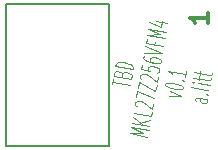
<source format=gto>
%FSLAX46Y46*%
G04 Gerber Fmt 4.6, Leading zero omitted, Abs format (unit mm)*
G04 Created by KiCad (PCBNEW (2014-10-18 BZR 5203)-product) date 3/11/2015 2:43:32 PM*
%MOMM*%
G01*
G04 APERTURE LIST*
%ADD10C,0.100000*%
%ADD11C,0.300000*%
%ADD12C,0.121000*%
%ADD13C,0.127000*%
G04 APERTURE END LIST*
D10*
D11*
X123551071Y-89614428D02*
X123551071Y-90471571D01*
X123551071Y-90042999D02*
X122051071Y-90042999D01*
X122265357Y-90185856D01*
X122408214Y-90328714D01*
X122479643Y-90471571D01*
D12*
X115425884Y-95686776D02*
X115506675Y-95228587D01*
X116943491Y-95718154D02*
X115466279Y-95457682D01*
X116304365Y-94818068D02*
X116394907Y-94715924D01*
X116471982Y-94690145D01*
X116619402Y-94676770D01*
X116830432Y-94713980D01*
X116964386Y-94776969D01*
X117027997Y-94827555D01*
X117084875Y-94916323D01*
X117031014Y-95221782D01*
X115553803Y-94961310D01*
X115600931Y-94694033D01*
X115684740Y-94630072D01*
X115761816Y-94604293D01*
X115909236Y-94590917D01*
X116049922Y-94615724D01*
X116183876Y-94678714D01*
X116247488Y-94729300D01*
X116304365Y-94818068D01*
X116257237Y-95085345D01*
X117172399Y-94419952D02*
X115695187Y-94159480D01*
X115728850Y-93968568D01*
X115819392Y-93866423D01*
X115973543Y-93814866D01*
X116120963Y-93801490D01*
X116409070Y-93812922D01*
X116620099Y-93850132D01*
X116894741Y-93937928D01*
X117028695Y-94000918D01*
X117155917Y-94102089D01*
X117206062Y-94229040D01*
X117172399Y-94419952D01*
X118423827Y-100112980D02*
X116946615Y-99852508D01*
X118048895Y-99771283D01*
X117040871Y-99317955D01*
X118518083Y-99578427D01*
X118585409Y-99196603D02*
X117108197Y-98936131D01*
X118666200Y-98738414D02*
X117761486Y-98933215D01*
X117188988Y-98477942D02*
X117952318Y-99084972D01*
X118794119Y-98012949D02*
X118726793Y-98394773D01*
X117249582Y-98134300D01*
X117497991Y-97548189D02*
X117434379Y-97497603D01*
X117377501Y-97408835D01*
X117411164Y-97217923D01*
X117494973Y-97153961D01*
X117572049Y-97128183D01*
X117719468Y-97114807D01*
X117860155Y-97139614D01*
X118064453Y-97215007D01*
X118827782Y-97822037D01*
X118915306Y-97325665D01*
X117485222Y-96797916D02*
X117579478Y-96263363D01*
X118996097Y-96867477D01*
X117619874Y-96034268D02*
X117714130Y-95499714D01*
X119097086Y-96294740D01*
X119191342Y-95760186D01*
X117901946Y-95257243D02*
X117838335Y-95206658D01*
X117781456Y-95117889D01*
X117815119Y-94926977D01*
X117898928Y-94863016D01*
X117976004Y-94837238D01*
X118123424Y-94823861D01*
X118264110Y-94848668D01*
X118468408Y-94924062D01*
X119231737Y-95531091D01*
X119319261Y-95034720D01*
X117969969Y-94048782D02*
X117902643Y-94430606D01*
X118599345Y-94592822D01*
X118535734Y-94542237D01*
X118478856Y-94453468D01*
X118512519Y-94262557D01*
X118596328Y-94198595D01*
X118673403Y-94172816D01*
X118820822Y-94159440D01*
X119172540Y-94221458D01*
X119306494Y-94284447D01*
X119370105Y-94335033D01*
X119426983Y-94423801D01*
X119393320Y-94614713D01*
X119309512Y-94678675D01*
X119232435Y-94704453D01*
X118097888Y-93323315D02*
X118070958Y-93476045D01*
X118127836Y-93564814D01*
X118191447Y-93615399D01*
X118389012Y-93728974D01*
X118663654Y-93816770D01*
X119226400Y-93915998D01*
X119373820Y-93902623D01*
X119450896Y-93876843D01*
X119534704Y-93812883D01*
X119561634Y-93660153D01*
X119504757Y-93571384D01*
X119441145Y-93520799D01*
X119307191Y-93457809D01*
X118955474Y-93395792D01*
X118808055Y-93409168D01*
X118730979Y-93434947D01*
X118647170Y-93498908D01*
X118620240Y-93651638D01*
X118677119Y-93740405D01*
X118740729Y-93790992D01*
X118874683Y-93853981D01*
X118151749Y-93017856D02*
X119676088Y-93011051D01*
X118246005Y-92483302D01*
X119043696Y-92072783D02*
X118996567Y-92340060D01*
X119770345Y-92476497D02*
X118293133Y-92216025D01*
X118360459Y-91834201D01*
X119891531Y-91789214D02*
X118414320Y-91528742D01*
X119516599Y-91447517D01*
X118508576Y-90994188D01*
X119985788Y-91254660D01*
X119128899Y-90355547D02*
X120113707Y-90529195D01*
X118532489Y-90447231D02*
X119553977Y-90824194D01*
X119641501Y-90327824D01*
X120272606Y-96659494D02*
X121291076Y-96642230D01*
X120339932Y-96277669D01*
X119928319Y-95732656D02*
X119941784Y-95656291D01*
X120025593Y-95592330D01*
X120102669Y-95566551D01*
X120250088Y-95553176D01*
X120538195Y-95564607D01*
X120889912Y-95626624D01*
X121164552Y-95714421D01*
X121298507Y-95777410D01*
X121362118Y-95827995D01*
X121418996Y-95916763D01*
X121405530Y-95993128D01*
X121321722Y-96057090D01*
X121244646Y-96082868D01*
X121097227Y-96096245D01*
X120809121Y-96084813D01*
X120457404Y-96022796D01*
X120182763Y-95935000D01*
X120048809Y-95872010D01*
X119985197Y-95821425D01*
X119928319Y-95732656D01*
X121372565Y-95357403D02*
X121449642Y-95331624D01*
X121513252Y-95382210D01*
X121436176Y-95407988D01*
X121372565Y-95357403D01*
X121513252Y-95382210D01*
X121654636Y-94580379D02*
X121573845Y-95038568D01*
X121614241Y-94809474D02*
X120137029Y-94549002D01*
X120334594Y-94662577D01*
X120461816Y-94763748D01*
X120518694Y-94852517D01*
X123491800Y-96951537D02*
X122718022Y-96815099D01*
X122570603Y-96828474D01*
X122486794Y-96892436D01*
X122459864Y-97045166D01*
X122516742Y-97133934D01*
X123421457Y-96939134D02*
X123478334Y-97027902D01*
X123444671Y-97218814D01*
X123360863Y-97282775D01*
X123213444Y-97296151D01*
X123072758Y-97271344D01*
X122938802Y-97208355D01*
X122881925Y-97119586D01*
X122915588Y-96928675D01*
X122858709Y-96839906D01*
X123418439Y-96544906D02*
X123495515Y-96519127D01*
X123559125Y-96569713D01*
X123482050Y-96595492D01*
X123418439Y-96544906D01*
X123559125Y-96569713D01*
X123646649Y-96073343D02*
X123562841Y-96137303D01*
X123415422Y-96150679D01*
X122149240Y-95927417D01*
X123700510Y-95767883D02*
X122715702Y-95594235D01*
X122223298Y-95507411D02*
X122286909Y-95557996D01*
X122363986Y-95532218D01*
X122300375Y-95481631D01*
X122223298Y-95507411D01*
X122363986Y-95532218D01*
X122762830Y-95326958D02*
X122816691Y-95021499D01*
X122290624Y-95125587D02*
X123556806Y-95348849D01*
X123704225Y-95335473D01*
X123788033Y-95271512D01*
X123801499Y-95195147D01*
X122843621Y-94868769D02*
X122897482Y-94563310D01*
X122371415Y-94667398D02*
X123637597Y-94890660D01*
X123785016Y-94877284D01*
X123868824Y-94813323D01*
X123882290Y-94736958D01*
D13*
X106443780Y-88886521D02*
X115140740Y-88886521D01*
X115140740Y-88886521D02*
X115140740Y-100885481D01*
X115140740Y-100885481D02*
X106443780Y-100885481D01*
X106443780Y-100885481D02*
X106443780Y-88886521D01*
M02*

</source>
